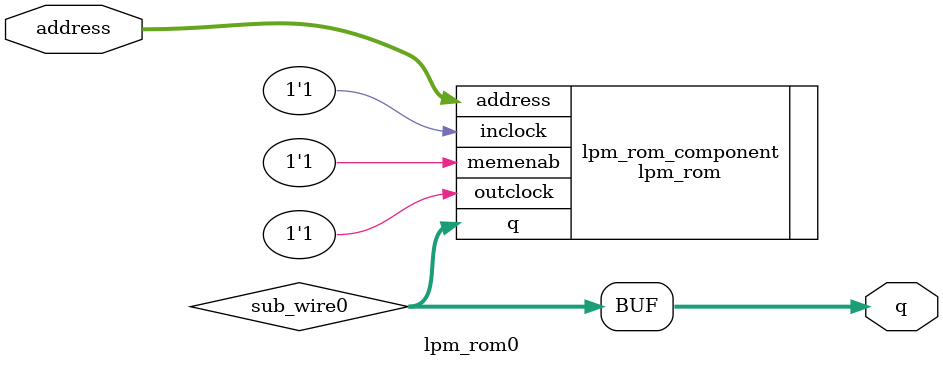
<source format=v>
`timescale 1 ps / 1 ps
module lpm_rom0 (
        address,
        q);

        input   [9:0]  address;
        output  [7:0]  q;

        wire [7:0] sub_wire0;
        wire [7:0] q = sub_wire0[7:0];

        lpm_rom lpm_rom_component (
                                .address (address),
                                .q (sub_wire0),
                                .inclock (1'b1),
                                .memenab (1'b1),
                                .outclock (1'b1));
        defparam
                lpm_rom_component.intended_device_family = "ACEX1K",
                lpm_rom_component.lpm_address_control = "UNREGISTERED",
                lpm_rom_component.lpm_file = "ZX_FONT.HEX",
                lpm_rom_component.lpm_outdata = "UNREGISTERED",
                lpm_rom_component.lpm_type = "LPM_ROM",
                lpm_rom_component.lpm_width = 8,
                lpm_rom_component.lpm_widthad = 10;


endmodule

</source>
